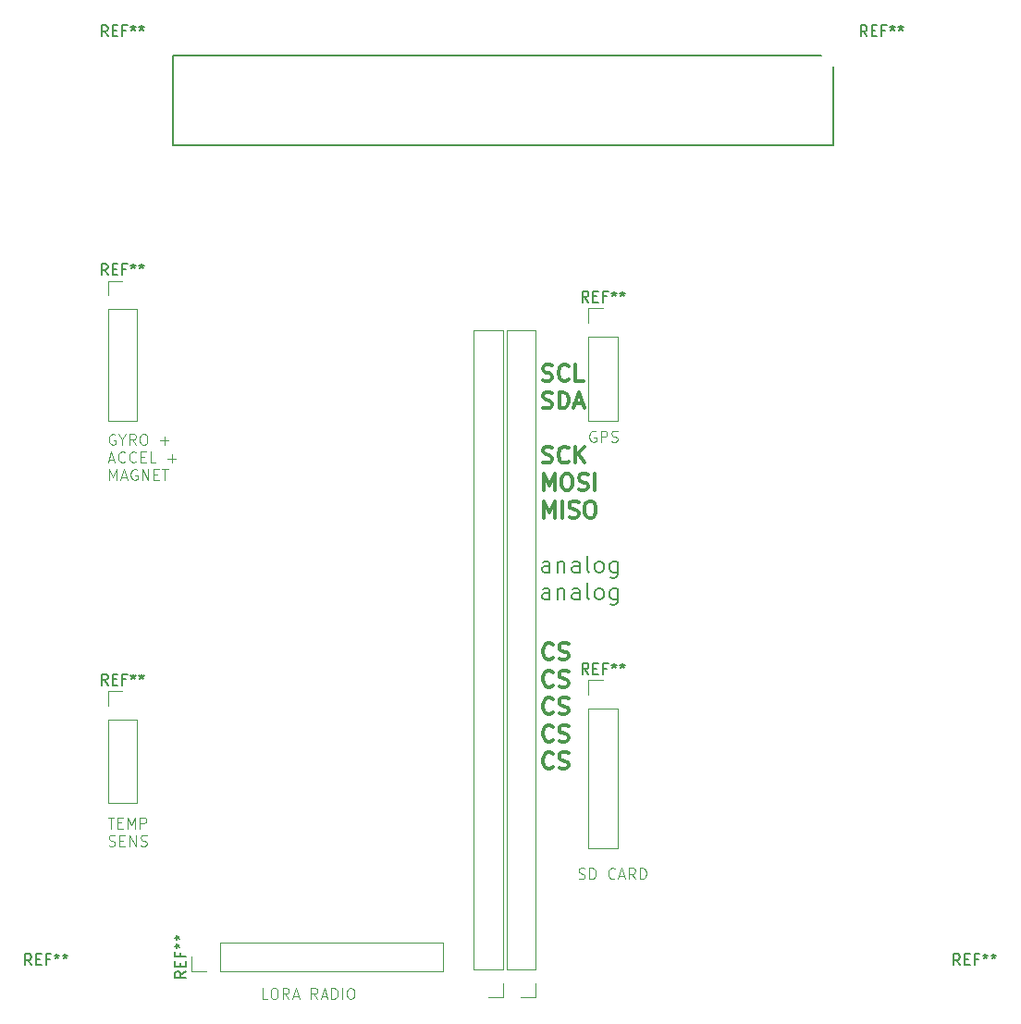
<source format=gbr>
%TF.GenerationSoftware,KiCad,Pcbnew,8.0.0*%
%TF.CreationDate,2025-01-16T04:07:06+02:00*%
%TF.ProjectId,diplomna_2024_sensors_pcb_layout,6469706c-6f6d-46e6-915f-323032345f73,rev?*%
%TF.SameCoordinates,Original*%
%TF.FileFunction,Legend,Top*%
%TF.FilePolarity,Positive*%
%FSLAX46Y46*%
G04 Gerber Fmt 4.6, Leading zero omitted, Abs format (unit mm)*
G04 Created by KiCad (PCBNEW 8.0.0) date 2025-01-16 04:07:06*
%MOMM*%
%LPD*%
G01*
G04 APERTURE LIST*
%ADD10C,0.100000*%
%ADD11C,0.300000*%
%ADD12C,0.187500*%
%ADD13C,0.150000*%
%ADD14C,0.120000*%
%ADD15C,0.200000*%
G04 APERTURE END LIST*
D10*
X182280074Y-139872419D02*
X181803884Y-139872419D01*
X181803884Y-139872419D02*
X181803884Y-138872419D01*
X182803884Y-138872419D02*
X182994360Y-138872419D01*
X182994360Y-138872419D02*
X183089598Y-138920038D01*
X183089598Y-138920038D02*
X183184836Y-139015276D01*
X183184836Y-139015276D02*
X183232455Y-139205752D01*
X183232455Y-139205752D02*
X183232455Y-139539085D01*
X183232455Y-139539085D02*
X183184836Y-139729561D01*
X183184836Y-139729561D02*
X183089598Y-139824800D01*
X183089598Y-139824800D02*
X182994360Y-139872419D01*
X182994360Y-139872419D02*
X182803884Y-139872419D01*
X182803884Y-139872419D02*
X182708646Y-139824800D01*
X182708646Y-139824800D02*
X182613408Y-139729561D01*
X182613408Y-139729561D02*
X182565789Y-139539085D01*
X182565789Y-139539085D02*
X182565789Y-139205752D01*
X182565789Y-139205752D02*
X182613408Y-139015276D01*
X182613408Y-139015276D02*
X182708646Y-138920038D01*
X182708646Y-138920038D02*
X182803884Y-138872419D01*
X184232455Y-139872419D02*
X183899122Y-139396228D01*
X183661027Y-139872419D02*
X183661027Y-138872419D01*
X183661027Y-138872419D02*
X184041979Y-138872419D01*
X184041979Y-138872419D02*
X184137217Y-138920038D01*
X184137217Y-138920038D02*
X184184836Y-138967657D01*
X184184836Y-138967657D02*
X184232455Y-139062895D01*
X184232455Y-139062895D02*
X184232455Y-139205752D01*
X184232455Y-139205752D02*
X184184836Y-139300990D01*
X184184836Y-139300990D02*
X184137217Y-139348609D01*
X184137217Y-139348609D02*
X184041979Y-139396228D01*
X184041979Y-139396228D02*
X183661027Y-139396228D01*
X184613408Y-139586704D02*
X185089598Y-139586704D01*
X184518170Y-139872419D02*
X184851503Y-138872419D01*
X184851503Y-138872419D02*
X185184836Y-139872419D01*
X186851503Y-139872419D02*
X186518170Y-139396228D01*
X186280075Y-139872419D02*
X186280075Y-138872419D01*
X186280075Y-138872419D02*
X186661027Y-138872419D01*
X186661027Y-138872419D02*
X186756265Y-138920038D01*
X186756265Y-138920038D02*
X186803884Y-138967657D01*
X186803884Y-138967657D02*
X186851503Y-139062895D01*
X186851503Y-139062895D02*
X186851503Y-139205752D01*
X186851503Y-139205752D02*
X186803884Y-139300990D01*
X186803884Y-139300990D02*
X186756265Y-139348609D01*
X186756265Y-139348609D02*
X186661027Y-139396228D01*
X186661027Y-139396228D02*
X186280075Y-139396228D01*
X187232456Y-139586704D02*
X187708646Y-139586704D01*
X187137218Y-139872419D02*
X187470551Y-138872419D01*
X187470551Y-138872419D02*
X187803884Y-139872419D01*
X188137218Y-139872419D02*
X188137218Y-138872419D01*
X188137218Y-138872419D02*
X188375313Y-138872419D01*
X188375313Y-138872419D02*
X188518170Y-138920038D01*
X188518170Y-138920038D02*
X188613408Y-139015276D01*
X188613408Y-139015276D02*
X188661027Y-139110514D01*
X188661027Y-139110514D02*
X188708646Y-139300990D01*
X188708646Y-139300990D02*
X188708646Y-139443847D01*
X188708646Y-139443847D02*
X188661027Y-139634323D01*
X188661027Y-139634323D02*
X188613408Y-139729561D01*
X188613408Y-139729561D02*
X188518170Y-139824800D01*
X188518170Y-139824800D02*
X188375313Y-139872419D01*
X188375313Y-139872419D02*
X188137218Y-139872419D01*
X189137218Y-139872419D02*
X189137218Y-138872419D01*
X189803884Y-138872419D02*
X189994360Y-138872419D01*
X189994360Y-138872419D02*
X190089598Y-138920038D01*
X190089598Y-138920038D02*
X190184836Y-139015276D01*
X190184836Y-139015276D02*
X190232455Y-139205752D01*
X190232455Y-139205752D02*
X190232455Y-139539085D01*
X190232455Y-139539085D02*
X190184836Y-139729561D01*
X190184836Y-139729561D02*
X190089598Y-139824800D01*
X190089598Y-139824800D02*
X189994360Y-139872419D01*
X189994360Y-139872419D02*
X189803884Y-139872419D01*
X189803884Y-139872419D02*
X189708646Y-139824800D01*
X189708646Y-139824800D02*
X189613408Y-139729561D01*
X189613408Y-139729561D02*
X189565789Y-139539085D01*
X189565789Y-139539085D02*
X189565789Y-139205752D01*
X189565789Y-139205752D02*
X189613408Y-139015276D01*
X189613408Y-139015276D02*
X189708646Y-138920038D01*
X189708646Y-138920038D02*
X189803884Y-138872419D01*
X212327693Y-87920038D02*
X212232455Y-87872419D01*
X212232455Y-87872419D02*
X212089598Y-87872419D01*
X212089598Y-87872419D02*
X211946741Y-87920038D01*
X211946741Y-87920038D02*
X211851503Y-88015276D01*
X211851503Y-88015276D02*
X211803884Y-88110514D01*
X211803884Y-88110514D02*
X211756265Y-88300990D01*
X211756265Y-88300990D02*
X211756265Y-88443847D01*
X211756265Y-88443847D02*
X211803884Y-88634323D01*
X211803884Y-88634323D02*
X211851503Y-88729561D01*
X211851503Y-88729561D02*
X211946741Y-88824800D01*
X211946741Y-88824800D02*
X212089598Y-88872419D01*
X212089598Y-88872419D02*
X212184836Y-88872419D01*
X212184836Y-88872419D02*
X212327693Y-88824800D01*
X212327693Y-88824800D02*
X212375312Y-88777180D01*
X212375312Y-88777180D02*
X212375312Y-88443847D01*
X212375312Y-88443847D02*
X212184836Y-88443847D01*
X212803884Y-88872419D02*
X212803884Y-87872419D01*
X212803884Y-87872419D02*
X213184836Y-87872419D01*
X213184836Y-87872419D02*
X213280074Y-87920038D01*
X213280074Y-87920038D02*
X213327693Y-87967657D01*
X213327693Y-87967657D02*
X213375312Y-88062895D01*
X213375312Y-88062895D02*
X213375312Y-88205752D01*
X213375312Y-88205752D02*
X213327693Y-88300990D01*
X213327693Y-88300990D02*
X213280074Y-88348609D01*
X213280074Y-88348609D02*
X213184836Y-88396228D01*
X213184836Y-88396228D02*
X212803884Y-88396228D01*
X213756265Y-88824800D02*
X213899122Y-88872419D01*
X213899122Y-88872419D02*
X214137217Y-88872419D01*
X214137217Y-88872419D02*
X214232455Y-88824800D01*
X214232455Y-88824800D02*
X214280074Y-88777180D01*
X214280074Y-88777180D02*
X214327693Y-88681942D01*
X214327693Y-88681942D02*
X214327693Y-88586704D01*
X214327693Y-88586704D02*
X214280074Y-88491466D01*
X214280074Y-88491466D02*
X214232455Y-88443847D01*
X214232455Y-88443847D02*
X214137217Y-88396228D01*
X214137217Y-88396228D02*
X213946741Y-88348609D01*
X213946741Y-88348609D02*
X213851503Y-88300990D01*
X213851503Y-88300990D02*
X213803884Y-88253371D01*
X213803884Y-88253371D02*
X213756265Y-88158133D01*
X213756265Y-88158133D02*
X213756265Y-88062895D01*
X213756265Y-88062895D02*
X213803884Y-87967657D01*
X213803884Y-87967657D02*
X213851503Y-87920038D01*
X213851503Y-87920038D02*
X213946741Y-87872419D01*
X213946741Y-87872419D02*
X214184836Y-87872419D01*
X214184836Y-87872419D02*
X214327693Y-87920038D01*
X210756265Y-128824800D02*
X210899122Y-128872419D01*
X210899122Y-128872419D02*
X211137217Y-128872419D01*
X211137217Y-128872419D02*
X211232455Y-128824800D01*
X211232455Y-128824800D02*
X211280074Y-128777180D01*
X211280074Y-128777180D02*
X211327693Y-128681942D01*
X211327693Y-128681942D02*
X211327693Y-128586704D01*
X211327693Y-128586704D02*
X211280074Y-128491466D01*
X211280074Y-128491466D02*
X211232455Y-128443847D01*
X211232455Y-128443847D02*
X211137217Y-128396228D01*
X211137217Y-128396228D02*
X210946741Y-128348609D01*
X210946741Y-128348609D02*
X210851503Y-128300990D01*
X210851503Y-128300990D02*
X210803884Y-128253371D01*
X210803884Y-128253371D02*
X210756265Y-128158133D01*
X210756265Y-128158133D02*
X210756265Y-128062895D01*
X210756265Y-128062895D02*
X210803884Y-127967657D01*
X210803884Y-127967657D02*
X210851503Y-127920038D01*
X210851503Y-127920038D02*
X210946741Y-127872419D01*
X210946741Y-127872419D02*
X211184836Y-127872419D01*
X211184836Y-127872419D02*
X211327693Y-127920038D01*
X211756265Y-128872419D02*
X211756265Y-127872419D01*
X211756265Y-127872419D02*
X211994360Y-127872419D01*
X211994360Y-127872419D02*
X212137217Y-127920038D01*
X212137217Y-127920038D02*
X212232455Y-128015276D01*
X212232455Y-128015276D02*
X212280074Y-128110514D01*
X212280074Y-128110514D02*
X212327693Y-128300990D01*
X212327693Y-128300990D02*
X212327693Y-128443847D01*
X212327693Y-128443847D02*
X212280074Y-128634323D01*
X212280074Y-128634323D02*
X212232455Y-128729561D01*
X212232455Y-128729561D02*
X212137217Y-128824800D01*
X212137217Y-128824800D02*
X211994360Y-128872419D01*
X211994360Y-128872419D02*
X211756265Y-128872419D01*
X214089598Y-128777180D02*
X214041979Y-128824800D01*
X214041979Y-128824800D02*
X213899122Y-128872419D01*
X213899122Y-128872419D02*
X213803884Y-128872419D01*
X213803884Y-128872419D02*
X213661027Y-128824800D01*
X213661027Y-128824800D02*
X213565789Y-128729561D01*
X213565789Y-128729561D02*
X213518170Y-128634323D01*
X213518170Y-128634323D02*
X213470551Y-128443847D01*
X213470551Y-128443847D02*
X213470551Y-128300990D01*
X213470551Y-128300990D02*
X213518170Y-128110514D01*
X213518170Y-128110514D02*
X213565789Y-128015276D01*
X213565789Y-128015276D02*
X213661027Y-127920038D01*
X213661027Y-127920038D02*
X213803884Y-127872419D01*
X213803884Y-127872419D02*
X213899122Y-127872419D01*
X213899122Y-127872419D02*
X214041979Y-127920038D01*
X214041979Y-127920038D02*
X214089598Y-127967657D01*
X214470551Y-128586704D02*
X214946741Y-128586704D01*
X214375313Y-128872419D02*
X214708646Y-127872419D01*
X214708646Y-127872419D02*
X215041979Y-128872419D01*
X215946741Y-128872419D02*
X215613408Y-128396228D01*
X215375313Y-128872419D02*
X215375313Y-127872419D01*
X215375313Y-127872419D02*
X215756265Y-127872419D01*
X215756265Y-127872419D02*
X215851503Y-127920038D01*
X215851503Y-127920038D02*
X215899122Y-127967657D01*
X215899122Y-127967657D02*
X215946741Y-128062895D01*
X215946741Y-128062895D02*
X215946741Y-128205752D01*
X215946741Y-128205752D02*
X215899122Y-128300990D01*
X215899122Y-128300990D02*
X215851503Y-128348609D01*
X215851503Y-128348609D02*
X215756265Y-128396228D01*
X215756265Y-128396228D02*
X215375313Y-128396228D01*
X216375313Y-128872419D02*
X216375313Y-127872419D01*
X216375313Y-127872419D02*
X216613408Y-127872419D01*
X216613408Y-127872419D02*
X216756265Y-127920038D01*
X216756265Y-127920038D02*
X216851503Y-128015276D01*
X216851503Y-128015276D02*
X216899122Y-128110514D01*
X216899122Y-128110514D02*
X216946741Y-128300990D01*
X216946741Y-128300990D02*
X216946741Y-128443847D01*
X216946741Y-128443847D02*
X216899122Y-128634323D01*
X216899122Y-128634323D02*
X216851503Y-128729561D01*
X216851503Y-128729561D02*
X216756265Y-128824800D01*
X216756265Y-128824800D02*
X216613408Y-128872419D01*
X216613408Y-128872419D02*
X216375313Y-128872419D01*
X168327693Y-88200150D02*
X168232455Y-88152531D01*
X168232455Y-88152531D02*
X168089598Y-88152531D01*
X168089598Y-88152531D02*
X167946741Y-88200150D01*
X167946741Y-88200150D02*
X167851503Y-88295388D01*
X167851503Y-88295388D02*
X167803884Y-88390626D01*
X167803884Y-88390626D02*
X167756265Y-88581102D01*
X167756265Y-88581102D02*
X167756265Y-88723959D01*
X167756265Y-88723959D02*
X167803884Y-88914435D01*
X167803884Y-88914435D02*
X167851503Y-89009673D01*
X167851503Y-89009673D02*
X167946741Y-89104912D01*
X167946741Y-89104912D02*
X168089598Y-89152531D01*
X168089598Y-89152531D02*
X168184836Y-89152531D01*
X168184836Y-89152531D02*
X168327693Y-89104912D01*
X168327693Y-89104912D02*
X168375312Y-89057292D01*
X168375312Y-89057292D02*
X168375312Y-88723959D01*
X168375312Y-88723959D02*
X168184836Y-88723959D01*
X168994360Y-88676340D02*
X168994360Y-89152531D01*
X168661027Y-88152531D02*
X168994360Y-88676340D01*
X168994360Y-88676340D02*
X169327693Y-88152531D01*
X170232455Y-89152531D02*
X169899122Y-88676340D01*
X169661027Y-89152531D02*
X169661027Y-88152531D01*
X169661027Y-88152531D02*
X170041979Y-88152531D01*
X170041979Y-88152531D02*
X170137217Y-88200150D01*
X170137217Y-88200150D02*
X170184836Y-88247769D01*
X170184836Y-88247769D02*
X170232455Y-88343007D01*
X170232455Y-88343007D02*
X170232455Y-88485864D01*
X170232455Y-88485864D02*
X170184836Y-88581102D01*
X170184836Y-88581102D02*
X170137217Y-88628721D01*
X170137217Y-88628721D02*
X170041979Y-88676340D01*
X170041979Y-88676340D02*
X169661027Y-88676340D01*
X170851503Y-88152531D02*
X171041979Y-88152531D01*
X171041979Y-88152531D02*
X171137217Y-88200150D01*
X171137217Y-88200150D02*
X171232455Y-88295388D01*
X171232455Y-88295388D02*
X171280074Y-88485864D01*
X171280074Y-88485864D02*
X171280074Y-88819197D01*
X171280074Y-88819197D02*
X171232455Y-89009673D01*
X171232455Y-89009673D02*
X171137217Y-89104912D01*
X171137217Y-89104912D02*
X171041979Y-89152531D01*
X171041979Y-89152531D02*
X170851503Y-89152531D01*
X170851503Y-89152531D02*
X170756265Y-89104912D01*
X170756265Y-89104912D02*
X170661027Y-89009673D01*
X170661027Y-89009673D02*
X170613408Y-88819197D01*
X170613408Y-88819197D02*
X170613408Y-88485864D01*
X170613408Y-88485864D02*
X170661027Y-88295388D01*
X170661027Y-88295388D02*
X170756265Y-88200150D01*
X170756265Y-88200150D02*
X170851503Y-88152531D01*
X172470551Y-88771578D02*
X173232456Y-88771578D01*
X172851503Y-89152531D02*
X172851503Y-88390626D01*
X167756265Y-90476760D02*
X168232455Y-90476760D01*
X167661027Y-90762475D02*
X167994360Y-89762475D01*
X167994360Y-89762475D02*
X168327693Y-90762475D01*
X169232455Y-90667236D02*
X169184836Y-90714856D01*
X169184836Y-90714856D02*
X169041979Y-90762475D01*
X169041979Y-90762475D02*
X168946741Y-90762475D01*
X168946741Y-90762475D02*
X168803884Y-90714856D01*
X168803884Y-90714856D02*
X168708646Y-90619617D01*
X168708646Y-90619617D02*
X168661027Y-90524379D01*
X168661027Y-90524379D02*
X168613408Y-90333903D01*
X168613408Y-90333903D02*
X168613408Y-90191046D01*
X168613408Y-90191046D02*
X168661027Y-90000570D01*
X168661027Y-90000570D02*
X168708646Y-89905332D01*
X168708646Y-89905332D02*
X168803884Y-89810094D01*
X168803884Y-89810094D02*
X168946741Y-89762475D01*
X168946741Y-89762475D02*
X169041979Y-89762475D01*
X169041979Y-89762475D02*
X169184836Y-89810094D01*
X169184836Y-89810094D02*
X169232455Y-89857713D01*
X170232455Y-90667236D02*
X170184836Y-90714856D01*
X170184836Y-90714856D02*
X170041979Y-90762475D01*
X170041979Y-90762475D02*
X169946741Y-90762475D01*
X169946741Y-90762475D02*
X169803884Y-90714856D01*
X169803884Y-90714856D02*
X169708646Y-90619617D01*
X169708646Y-90619617D02*
X169661027Y-90524379D01*
X169661027Y-90524379D02*
X169613408Y-90333903D01*
X169613408Y-90333903D02*
X169613408Y-90191046D01*
X169613408Y-90191046D02*
X169661027Y-90000570D01*
X169661027Y-90000570D02*
X169708646Y-89905332D01*
X169708646Y-89905332D02*
X169803884Y-89810094D01*
X169803884Y-89810094D02*
X169946741Y-89762475D01*
X169946741Y-89762475D02*
X170041979Y-89762475D01*
X170041979Y-89762475D02*
X170184836Y-89810094D01*
X170184836Y-89810094D02*
X170232455Y-89857713D01*
X170661027Y-90238665D02*
X170994360Y-90238665D01*
X171137217Y-90762475D02*
X170661027Y-90762475D01*
X170661027Y-90762475D02*
X170661027Y-89762475D01*
X170661027Y-89762475D02*
X171137217Y-89762475D01*
X172041979Y-90762475D02*
X171565789Y-90762475D01*
X171565789Y-90762475D02*
X171565789Y-89762475D01*
X173137218Y-90381522D02*
X173899123Y-90381522D01*
X173518170Y-90762475D02*
X173518170Y-90000570D01*
X167803884Y-92372419D02*
X167803884Y-91372419D01*
X167803884Y-91372419D02*
X168137217Y-92086704D01*
X168137217Y-92086704D02*
X168470550Y-91372419D01*
X168470550Y-91372419D02*
X168470550Y-92372419D01*
X168899122Y-92086704D02*
X169375312Y-92086704D01*
X168803884Y-92372419D02*
X169137217Y-91372419D01*
X169137217Y-91372419D02*
X169470550Y-92372419D01*
X170327693Y-91420038D02*
X170232455Y-91372419D01*
X170232455Y-91372419D02*
X170089598Y-91372419D01*
X170089598Y-91372419D02*
X169946741Y-91420038D01*
X169946741Y-91420038D02*
X169851503Y-91515276D01*
X169851503Y-91515276D02*
X169803884Y-91610514D01*
X169803884Y-91610514D02*
X169756265Y-91800990D01*
X169756265Y-91800990D02*
X169756265Y-91943847D01*
X169756265Y-91943847D02*
X169803884Y-92134323D01*
X169803884Y-92134323D02*
X169851503Y-92229561D01*
X169851503Y-92229561D02*
X169946741Y-92324800D01*
X169946741Y-92324800D02*
X170089598Y-92372419D01*
X170089598Y-92372419D02*
X170184836Y-92372419D01*
X170184836Y-92372419D02*
X170327693Y-92324800D01*
X170327693Y-92324800D02*
X170375312Y-92277180D01*
X170375312Y-92277180D02*
X170375312Y-91943847D01*
X170375312Y-91943847D02*
X170184836Y-91943847D01*
X170803884Y-92372419D02*
X170803884Y-91372419D01*
X170803884Y-91372419D02*
X171375312Y-92372419D01*
X171375312Y-92372419D02*
X171375312Y-91372419D01*
X171851503Y-91848609D02*
X172184836Y-91848609D01*
X172327693Y-92372419D02*
X171851503Y-92372419D01*
X171851503Y-92372419D02*
X171851503Y-91372419D01*
X171851503Y-91372419D02*
X172327693Y-91372419D01*
X172613408Y-91372419D02*
X173184836Y-91372419D01*
X172899122Y-92372419D02*
X172899122Y-91372419D01*
X167661027Y-123262475D02*
X168232455Y-123262475D01*
X167946741Y-124262475D02*
X167946741Y-123262475D01*
X168565789Y-123738665D02*
X168899122Y-123738665D01*
X169041979Y-124262475D02*
X168565789Y-124262475D01*
X168565789Y-124262475D02*
X168565789Y-123262475D01*
X168565789Y-123262475D02*
X169041979Y-123262475D01*
X169470551Y-124262475D02*
X169470551Y-123262475D01*
X169470551Y-123262475D02*
X169803884Y-123976760D01*
X169803884Y-123976760D02*
X170137217Y-123262475D01*
X170137217Y-123262475D02*
X170137217Y-124262475D01*
X170613408Y-124262475D02*
X170613408Y-123262475D01*
X170613408Y-123262475D02*
X170994360Y-123262475D01*
X170994360Y-123262475D02*
X171089598Y-123310094D01*
X171089598Y-123310094D02*
X171137217Y-123357713D01*
X171137217Y-123357713D02*
X171184836Y-123452951D01*
X171184836Y-123452951D02*
X171184836Y-123595808D01*
X171184836Y-123595808D02*
X171137217Y-123691046D01*
X171137217Y-123691046D02*
X171089598Y-123738665D01*
X171089598Y-123738665D02*
X170994360Y-123786284D01*
X170994360Y-123786284D02*
X170613408Y-123786284D01*
X167756265Y-125824800D02*
X167899122Y-125872419D01*
X167899122Y-125872419D02*
X168137217Y-125872419D01*
X168137217Y-125872419D02*
X168232455Y-125824800D01*
X168232455Y-125824800D02*
X168280074Y-125777180D01*
X168280074Y-125777180D02*
X168327693Y-125681942D01*
X168327693Y-125681942D02*
X168327693Y-125586704D01*
X168327693Y-125586704D02*
X168280074Y-125491466D01*
X168280074Y-125491466D02*
X168232455Y-125443847D01*
X168232455Y-125443847D02*
X168137217Y-125396228D01*
X168137217Y-125396228D02*
X167946741Y-125348609D01*
X167946741Y-125348609D02*
X167851503Y-125300990D01*
X167851503Y-125300990D02*
X167803884Y-125253371D01*
X167803884Y-125253371D02*
X167756265Y-125158133D01*
X167756265Y-125158133D02*
X167756265Y-125062895D01*
X167756265Y-125062895D02*
X167803884Y-124967657D01*
X167803884Y-124967657D02*
X167851503Y-124920038D01*
X167851503Y-124920038D02*
X167946741Y-124872419D01*
X167946741Y-124872419D02*
X168184836Y-124872419D01*
X168184836Y-124872419D02*
X168327693Y-124920038D01*
X168756265Y-125348609D02*
X169089598Y-125348609D01*
X169232455Y-125872419D02*
X168756265Y-125872419D01*
X168756265Y-125872419D02*
X168756265Y-124872419D01*
X168756265Y-124872419D02*
X169232455Y-124872419D01*
X169661027Y-125872419D02*
X169661027Y-124872419D01*
X169661027Y-124872419D02*
X170232455Y-125872419D01*
X170232455Y-125872419D02*
X170232455Y-124872419D01*
X170661027Y-125824800D02*
X170803884Y-125872419D01*
X170803884Y-125872419D02*
X171041979Y-125872419D01*
X171041979Y-125872419D02*
X171137217Y-125824800D01*
X171137217Y-125824800D02*
X171184836Y-125777180D01*
X171184836Y-125777180D02*
X171232455Y-125681942D01*
X171232455Y-125681942D02*
X171232455Y-125586704D01*
X171232455Y-125586704D02*
X171184836Y-125491466D01*
X171184836Y-125491466D02*
X171137217Y-125443847D01*
X171137217Y-125443847D02*
X171041979Y-125396228D01*
X171041979Y-125396228D02*
X170851503Y-125348609D01*
X170851503Y-125348609D02*
X170756265Y-125300990D01*
X170756265Y-125300990D02*
X170708646Y-125253371D01*
X170708646Y-125253371D02*
X170661027Y-125158133D01*
X170661027Y-125158133D02*
X170661027Y-125062895D01*
X170661027Y-125062895D02*
X170708646Y-124967657D01*
X170708646Y-124967657D02*
X170756265Y-124920038D01*
X170756265Y-124920038D02*
X170851503Y-124872419D01*
X170851503Y-124872419D02*
X171089598Y-124872419D01*
X171089598Y-124872419D02*
X171232455Y-124920038D01*
D11*
X208411653Y-113657971D02*
X208340225Y-113729400D01*
X208340225Y-113729400D02*
X208125939Y-113800828D01*
X208125939Y-113800828D02*
X207983082Y-113800828D01*
X207983082Y-113800828D02*
X207768796Y-113729400D01*
X207768796Y-113729400D02*
X207625939Y-113586542D01*
X207625939Y-113586542D02*
X207554510Y-113443685D01*
X207554510Y-113443685D02*
X207483082Y-113157971D01*
X207483082Y-113157971D02*
X207483082Y-112943685D01*
X207483082Y-112943685D02*
X207554510Y-112657971D01*
X207554510Y-112657971D02*
X207625939Y-112515114D01*
X207625939Y-112515114D02*
X207768796Y-112372257D01*
X207768796Y-112372257D02*
X207983082Y-112300828D01*
X207983082Y-112300828D02*
X208125939Y-112300828D01*
X208125939Y-112300828D02*
X208340225Y-112372257D01*
X208340225Y-112372257D02*
X208411653Y-112443685D01*
X208983082Y-113729400D02*
X209197368Y-113800828D01*
X209197368Y-113800828D02*
X209554510Y-113800828D01*
X209554510Y-113800828D02*
X209697368Y-113729400D01*
X209697368Y-113729400D02*
X209768796Y-113657971D01*
X209768796Y-113657971D02*
X209840225Y-113515114D01*
X209840225Y-113515114D02*
X209840225Y-113372257D01*
X209840225Y-113372257D02*
X209768796Y-113229400D01*
X209768796Y-113229400D02*
X209697368Y-113157971D01*
X209697368Y-113157971D02*
X209554510Y-113086542D01*
X209554510Y-113086542D02*
X209268796Y-113015114D01*
X209268796Y-113015114D02*
X209125939Y-112943685D01*
X209125939Y-112943685D02*
X209054510Y-112872257D01*
X209054510Y-112872257D02*
X208983082Y-112729400D01*
X208983082Y-112729400D02*
X208983082Y-112586542D01*
X208983082Y-112586542D02*
X209054510Y-112443685D01*
X209054510Y-112443685D02*
X209125939Y-112372257D01*
X209125939Y-112372257D02*
X209268796Y-112300828D01*
X209268796Y-112300828D02*
X209625939Y-112300828D01*
X209625939Y-112300828D02*
X209840225Y-112372257D01*
X208411653Y-108657971D02*
X208340225Y-108729400D01*
X208340225Y-108729400D02*
X208125939Y-108800828D01*
X208125939Y-108800828D02*
X207983082Y-108800828D01*
X207983082Y-108800828D02*
X207768796Y-108729400D01*
X207768796Y-108729400D02*
X207625939Y-108586542D01*
X207625939Y-108586542D02*
X207554510Y-108443685D01*
X207554510Y-108443685D02*
X207483082Y-108157971D01*
X207483082Y-108157971D02*
X207483082Y-107943685D01*
X207483082Y-107943685D02*
X207554510Y-107657971D01*
X207554510Y-107657971D02*
X207625939Y-107515114D01*
X207625939Y-107515114D02*
X207768796Y-107372257D01*
X207768796Y-107372257D02*
X207983082Y-107300828D01*
X207983082Y-107300828D02*
X208125939Y-107300828D01*
X208125939Y-107300828D02*
X208340225Y-107372257D01*
X208340225Y-107372257D02*
X208411653Y-107443685D01*
X208983082Y-108729400D02*
X209197368Y-108800828D01*
X209197368Y-108800828D02*
X209554510Y-108800828D01*
X209554510Y-108800828D02*
X209697368Y-108729400D01*
X209697368Y-108729400D02*
X209768796Y-108657971D01*
X209768796Y-108657971D02*
X209840225Y-108515114D01*
X209840225Y-108515114D02*
X209840225Y-108372257D01*
X209840225Y-108372257D02*
X209768796Y-108229400D01*
X209768796Y-108229400D02*
X209697368Y-108157971D01*
X209697368Y-108157971D02*
X209554510Y-108086542D01*
X209554510Y-108086542D02*
X209268796Y-108015114D01*
X209268796Y-108015114D02*
X209125939Y-107943685D01*
X209125939Y-107943685D02*
X209054510Y-107872257D01*
X209054510Y-107872257D02*
X208983082Y-107729400D01*
X208983082Y-107729400D02*
X208983082Y-107586542D01*
X208983082Y-107586542D02*
X209054510Y-107443685D01*
X209054510Y-107443685D02*
X209125939Y-107372257D01*
X209125939Y-107372257D02*
X209268796Y-107300828D01*
X209268796Y-107300828D02*
X209625939Y-107300828D01*
X209625939Y-107300828D02*
X209840225Y-107372257D01*
X208411653Y-111157971D02*
X208340225Y-111229400D01*
X208340225Y-111229400D02*
X208125939Y-111300828D01*
X208125939Y-111300828D02*
X207983082Y-111300828D01*
X207983082Y-111300828D02*
X207768796Y-111229400D01*
X207768796Y-111229400D02*
X207625939Y-111086542D01*
X207625939Y-111086542D02*
X207554510Y-110943685D01*
X207554510Y-110943685D02*
X207483082Y-110657971D01*
X207483082Y-110657971D02*
X207483082Y-110443685D01*
X207483082Y-110443685D02*
X207554510Y-110157971D01*
X207554510Y-110157971D02*
X207625939Y-110015114D01*
X207625939Y-110015114D02*
X207768796Y-109872257D01*
X207768796Y-109872257D02*
X207983082Y-109800828D01*
X207983082Y-109800828D02*
X208125939Y-109800828D01*
X208125939Y-109800828D02*
X208340225Y-109872257D01*
X208340225Y-109872257D02*
X208411653Y-109943685D01*
X208983082Y-111229400D02*
X209197368Y-111300828D01*
X209197368Y-111300828D02*
X209554510Y-111300828D01*
X209554510Y-111300828D02*
X209697368Y-111229400D01*
X209697368Y-111229400D02*
X209768796Y-111157971D01*
X209768796Y-111157971D02*
X209840225Y-111015114D01*
X209840225Y-111015114D02*
X209840225Y-110872257D01*
X209840225Y-110872257D02*
X209768796Y-110729400D01*
X209768796Y-110729400D02*
X209697368Y-110657971D01*
X209697368Y-110657971D02*
X209554510Y-110586542D01*
X209554510Y-110586542D02*
X209268796Y-110515114D01*
X209268796Y-110515114D02*
X209125939Y-110443685D01*
X209125939Y-110443685D02*
X209054510Y-110372257D01*
X209054510Y-110372257D02*
X208983082Y-110229400D01*
X208983082Y-110229400D02*
X208983082Y-110086542D01*
X208983082Y-110086542D02*
X209054510Y-109943685D01*
X209054510Y-109943685D02*
X209125939Y-109872257D01*
X209125939Y-109872257D02*
X209268796Y-109800828D01*
X209268796Y-109800828D02*
X209625939Y-109800828D01*
X209625939Y-109800828D02*
X209840225Y-109872257D01*
X207483082Y-85729400D02*
X207697368Y-85800828D01*
X207697368Y-85800828D02*
X208054510Y-85800828D01*
X208054510Y-85800828D02*
X208197368Y-85729400D01*
X208197368Y-85729400D02*
X208268796Y-85657971D01*
X208268796Y-85657971D02*
X208340225Y-85515114D01*
X208340225Y-85515114D02*
X208340225Y-85372257D01*
X208340225Y-85372257D02*
X208268796Y-85229400D01*
X208268796Y-85229400D02*
X208197368Y-85157971D01*
X208197368Y-85157971D02*
X208054510Y-85086542D01*
X208054510Y-85086542D02*
X207768796Y-85015114D01*
X207768796Y-85015114D02*
X207625939Y-84943685D01*
X207625939Y-84943685D02*
X207554510Y-84872257D01*
X207554510Y-84872257D02*
X207483082Y-84729400D01*
X207483082Y-84729400D02*
X207483082Y-84586542D01*
X207483082Y-84586542D02*
X207554510Y-84443685D01*
X207554510Y-84443685D02*
X207625939Y-84372257D01*
X207625939Y-84372257D02*
X207768796Y-84300828D01*
X207768796Y-84300828D02*
X208125939Y-84300828D01*
X208125939Y-84300828D02*
X208340225Y-84372257D01*
X208983081Y-85800828D02*
X208983081Y-84300828D01*
X208983081Y-84300828D02*
X209340224Y-84300828D01*
X209340224Y-84300828D02*
X209554510Y-84372257D01*
X209554510Y-84372257D02*
X209697367Y-84515114D01*
X209697367Y-84515114D02*
X209768796Y-84657971D01*
X209768796Y-84657971D02*
X209840224Y-84943685D01*
X209840224Y-84943685D02*
X209840224Y-85157971D01*
X209840224Y-85157971D02*
X209768796Y-85443685D01*
X209768796Y-85443685D02*
X209697367Y-85586542D01*
X209697367Y-85586542D02*
X209554510Y-85729400D01*
X209554510Y-85729400D02*
X209340224Y-85800828D01*
X209340224Y-85800828D02*
X208983081Y-85800828D01*
X210411653Y-85372257D02*
X211125939Y-85372257D01*
X210268796Y-85800828D02*
X210768796Y-84300828D01*
X210768796Y-84300828D02*
X211268796Y-85800828D01*
D12*
X208123355Y-103306678D02*
X208123355Y-102520964D01*
X208123355Y-102520964D02*
X208051926Y-102378107D01*
X208051926Y-102378107D02*
X207909069Y-102306678D01*
X207909069Y-102306678D02*
X207623355Y-102306678D01*
X207623355Y-102306678D02*
X207480497Y-102378107D01*
X208123355Y-103235250D02*
X207980497Y-103306678D01*
X207980497Y-103306678D02*
X207623355Y-103306678D01*
X207623355Y-103306678D02*
X207480497Y-103235250D01*
X207480497Y-103235250D02*
X207409069Y-103092392D01*
X207409069Y-103092392D02*
X207409069Y-102949535D01*
X207409069Y-102949535D02*
X207480497Y-102806678D01*
X207480497Y-102806678D02*
X207623355Y-102735250D01*
X207623355Y-102735250D02*
X207980497Y-102735250D01*
X207980497Y-102735250D02*
X208123355Y-102663821D01*
X208837640Y-102306678D02*
X208837640Y-103306678D01*
X208837640Y-102449535D02*
X208909069Y-102378107D01*
X208909069Y-102378107D02*
X209051926Y-102306678D01*
X209051926Y-102306678D02*
X209266212Y-102306678D01*
X209266212Y-102306678D02*
X209409069Y-102378107D01*
X209409069Y-102378107D02*
X209480498Y-102520964D01*
X209480498Y-102520964D02*
X209480498Y-103306678D01*
X210837641Y-103306678D02*
X210837641Y-102520964D01*
X210837641Y-102520964D02*
X210766212Y-102378107D01*
X210766212Y-102378107D02*
X210623355Y-102306678D01*
X210623355Y-102306678D02*
X210337641Y-102306678D01*
X210337641Y-102306678D02*
X210194783Y-102378107D01*
X210837641Y-103235250D02*
X210694783Y-103306678D01*
X210694783Y-103306678D02*
X210337641Y-103306678D01*
X210337641Y-103306678D02*
X210194783Y-103235250D01*
X210194783Y-103235250D02*
X210123355Y-103092392D01*
X210123355Y-103092392D02*
X210123355Y-102949535D01*
X210123355Y-102949535D02*
X210194783Y-102806678D01*
X210194783Y-102806678D02*
X210337641Y-102735250D01*
X210337641Y-102735250D02*
X210694783Y-102735250D01*
X210694783Y-102735250D02*
X210837641Y-102663821D01*
X211766212Y-103306678D02*
X211623355Y-103235250D01*
X211623355Y-103235250D02*
X211551926Y-103092392D01*
X211551926Y-103092392D02*
X211551926Y-101806678D01*
X212551926Y-103306678D02*
X212409069Y-103235250D01*
X212409069Y-103235250D02*
X212337640Y-103163821D01*
X212337640Y-103163821D02*
X212266212Y-103020964D01*
X212266212Y-103020964D02*
X212266212Y-102592392D01*
X212266212Y-102592392D02*
X212337640Y-102449535D01*
X212337640Y-102449535D02*
X212409069Y-102378107D01*
X212409069Y-102378107D02*
X212551926Y-102306678D01*
X212551926Y-102306678D02*
X212766212Y-102306678D01*
X212766212Y-102306678D02*
X212909069Y-102378107D01*
X212909069Y-102378107D02*
X212980498Y-102449535D01*
X212980498Y-102449535D02*
X213051926Y-102592392D01*
X213051926Y-102592392D02*
X213051926Y-103020964D01*
X213051926Y-103020964D02*
X212980498Y-103163821D01*
X212980498Y-103163821D02*
X212909069Y-103235250D01*
X212909069Y-103235250D02*
X212766212Y-103306678D01*
X212766212Y-103306678D02*
X212551926Y-103306678D01*
X214337641Y-102306678D02*
X214337641Y-103520964D01*
X214337641Y-103520964D02*
X214266212Y-103663821D01*
X214266212Y-103663821D02*
X214194783Y-103735250D01*
X214194783Y-103735250D02*
X214051926Y-103806678D01*
X214051926Y-103806678D02*
X213837641Y-103806678D01*
X213837641Y-103806678D02*
X213694783Y-103735250D01*
X214337641Y-103235250D02*
X214194783Y-103306678D01*
X214194783Y-103306678D02*
X213909069Y-103306678D01*
X213909069Y-103306678D02*
X213766212Y-103235250D01*
X213766212Y-103235250D02*
X213694783Y-103163821D01*
X213694783Y-103163821D02*
X213623355Y-103020964D01*
X213623355Y-103020964D02*
X213623355Y-102592392D01*
X213623355Y-102592392D02*
X213694783Y-102449535D01*
X213694783Y-102449535D02*
X213766212Y-102378107D01*
X213766212Y-102378107D02*
X213909069Y-102306678D01*
X213909069Y-102306678D02*
X214194783Y-102306678D01*
X214194783Y-102306678D02*
X214337641Y-102378107D01*
D11*
X208411653Y-118657971D02*
X208340225Y-118729400D01*
X208340225Y-118729400D02*
X208125939Y-118800828D01*
X208125939Y-118800828D02*
X207983082Y-118800828D01*
X207983082Y-118800828D02*
X207768796Y-118729400D01*
X207768796Y-118729400D02*
X207625939Y-118586542D01*
X207625939Y-118586542D02*
X207554510Y-118443685D01*
X207554510Y-118443685D02*
X207483082Y-118157971D01*
X207483082Y-118157971D02*
X207483082Y-117943685D01*
X207483082Y-117943685D02*
X207554510Y-117657971D01*
X207554510Y-117657971D02*
X207625939Y-117515114D01*
X207625939Y-117515114D02*
X207768796Y-117372257D01*
X207768796Y-117372257D02*
X207983082Y-117300828D01*
X207983082Y-117300828D02*
X208125939Y-117300828D01*
X208125939Y-117300828D02*
X208340225Y-117372257D01*
X208340225Y-117372257D02*
X208411653Y-117443685D01*
X208983082Y-118729400D02*
X209197368Y-118800828D01*
X209197368Y-118800828D02*
X209554510Y-118800828D01*
X209554510Y-118800828D02*
X209697368Y-118729400D01*
X209697368Y-118729400D02*
X209768796Y-118657971D01*
X209768796Y-118657971D02*
X209840225Y-118515114D01*
X209840225Y-118515114D02*
X209840225Y-118372257D01*
X209840225Y-118372257D02*
X209768796Y-118229400D01*
X209768796Y-118229400D02*
X209697368Y-118157971D01*
X209697368Y-118157971D02*
X209554510Y-118086542D01*
X209554510Y-118086542D02*
X209268796Y-118015114D01*
X209268796Y-118015114D02*
X209125939Y-117943685D01*
X209125939Y-117943685D02*
X209054510Y-117872257D01*
X209054510Y-117872257D02*
X208983082Y-117729400D01*
X208983082Y-117729400D02*
X208983082Y-117586542D01*
X208983082Y-117586542D02*
X209054510Y-117443685D01*
X209054510Y-117443685D02*
X209125939Y-117372257D01*
X209125939Y-117372257D02*
X209268796Y-117300828D01*
X209268796Y-117300828D02*
X209625939Y-117300828D01*
X209625939Y-117300828D02*
X209840225Y-117372257D01*
X208411653Y-116157971D02*
X208340225Y-116229400D01*
X208340225Y-116229400D02*
X208125939Y-116300828D01*
X208125939Y-116300828D02*
X207983082Y-116300828D01*
X207983082Y-116300828D02*
X207768796Y-116229400D01*
X207768796Y-116229400D02*
X207625939Y-116086542D01*
X207625939Y-116086542D02*
X207554510Y-115943685D01*
X207554510Y-115943685D02*
X207483082Y-115657971D01*
X207483082Y-115657971D02*
X207483082Y-115443685D01*
X207483082Y-115443685D02*
X207554510Y-115157971D01*
X207554510Y-115157971D02*
X207625939Y-115015114D01*
X207625939Y-115015114D02*
X207768796Y-114872257D01*
X207768796Y-114872257D02*
X207983082Y-114800828D01*
X207983082Y-114800828D02*
X208125939Y-114800828D01*
X208125939Y-114800828D02*
X208340225Y-114872257D01*
X208340225Y-114872257D02*
X208411653Y-114943685D01*
X208983082Y-116229400D02*
X209197368Y-116300828D01*
X209197368Y-116300828D02*
X209554510Y-116300828D01*
X209554510Y-116300828D02*
X209697368Y-116229400D01*
X209697368Y-116229400D02*
X209768796Y-116157971D01*
X209768796Y-116157971D02*
X209840225Y-116015114D01*
X209840225Y-116015114D02*
X209840225Y-115872257D01*
X209840225Y-115872257D02*
X209768796Y-115729400D01*
X209768796Y-115729400D02*
X209697368Y-115657971D01*
X209697368Y-115657971D02*
X209554510Y-115586542D01*
X209554510Y-115586542D02*
X209268796Y-115515114D01*
X209268796Y-115515114D02*
X209125939Y-115443685D01*
X209125939Y-115443685D02*
X209054510Y-115372257D01*
X209054510Y-115372257D02*
X208983082Y-115229400D01*
X208983082Y-115229400D02*
X208983082Y-115086542D01*
X208983082Y-115086542D02*
X209054510Y-114943685D01*
X209054510Y-114943685D02*
X209125939Y-114872257D01*
X209125939Y-114872257D02*
X209268796Y-114800828D01*
X209268796Y-114800828D02*
X209625939Y-114800828D01*
X209625939Y-114800828D02*
X209840225Y-114872257D01*
X207554510Y-93300828D02*
X207554510Y-91800828D01*
X207554510Y-91800828D02*
X208054510Y-92872257D01*
X208054510Y-92872257D02*
X208554510Y-91800828D01*
X208554510Y-91800828D02*
X208554510Y-93300828D01*
X209554511Y-91800828D02*
X209840225Y-91800828D01*
X209840225Y-91800828D02*
X209983082Y-91872257D01*
X209983082Y-91872257D02*
X210125939Y-92015114D01*
X210125939Y-92015114D02*
X210197368Y-92300828D01*
X210197368Y-92300828D02*
X210197368Y-92800828D01*
X210197368Y-92800828D02*
X210125939Y-93086542D01*
X210125939Y-93086542D02*
X209983082Y-93229400D01*
X209983082Y-93229400D02*
X209840225Y-93300828D01*
X209840225Y-93300828D02*
X209554511Y-93300828D01*
X209554511Y-93300828D02*
X209411654Y-93229400D01*
X209411654Y-93229400D02*
X209268796Y-93086542D01*
X209268796Y-93086542D02*
X209197368Y-92800828D01*
X209197368Y-92800828D02*
X209197368Y-92300828D01*
X209197368Y-92300828D02*
X209268796Y-92015114D01*
X209268796Y-92015114D02*
X209411654Y-91872257D01*
X209411654Y-91872257D02*
X209554511Y-91800828D01*
X210768797Y-93229400D02*
X210983083Y-93300828D01*
X210983083Y-93300828D02*
X211340225Y-93300828D01*
X211340225Y-93300828D02*
X211483083Y-93229400D01*
X211483083Y-93229400D02*
X211554511Y-93157971D01*
X211554511Y-93157971D02*
X211625940Y-93015114D01*
X211625940Y-93015114D02*
X211625940Y-92872257D01*
X211625940Y-92872257D02*
X211554511Y-92729400D01*
X211554511Y-92729400D02*
X211483083Y-92657971D01*
X211483083Y-92657971D02*
X211340225Y-92586542D01*
X211340225Y-92586542D02*
X211054511Y-92515114D01*
X211054511Y-92515114D02*
X210911654Y-92443685D01*
X210911654Y-92443685D02*
X210840225Y-92372257D01*
X210840225Y-92372257D02*
X210768797Y-92229400D01*
X210768797Y-92229400D02*
X210768797Y-92086542D01*
X210768797Y-92086542D02*
X210840225Y-91943685D01*
X210840225Y-91943685D02*
X210911654Y-91872257D01*
X210911654Y-91872257D02*
X211054511Y-91800828D01*
X211054511Y-91800828D02*
X211411654Y-91800828D01*
X211411654Y-91800828D02*
X211625940Y-91872257D01*
X212268796Y-93300828D02*
X212268796Y-91800828D01*
X207483082Y-83229400D02*
X207697368Y-83300828D01*
X207697368Y-83300828D02*
X208054510Y-83300828D01*
X208054510Y-83300828D02*
X208197368Y-83229400D01*
X208197368Y-83229400D02*
X208268796Y-83157971D01*
X208268796Y-83157971D02*
X208340225Y-83015114D01*
X208340225Y-83015114D02*
X208340225Y-82872257D01*
X208340225Y-82872257D02*
X208268796Y-82729400D01*
X208268796Y-82729400D02*
X208197368Y-82657971D01*
X208197368Y-82657971D02*
X208054510Y-82586542D01*
X208054510Y-82586542D02*
X207768796Y-82515114D01*
X207768796Y-82515114D02*
X207625939Y-82443685D01*
X207625939Y-82443685D02*
X207554510Y-82372257D01*
X207554510Y-82372257D02*
X207483082Y-82229400D01*
X207483082Y-82229400D02*
X207483082Y-82086542D01*
X207483082Y-82086542D02*
X207554510Y-81943685D01*
X207554510Y-81943685D02*
X207625939Y-81872257D01*
X207625939Y-81872257D02*
X207768796Y-81800828D01*
X207768796Y-81800828D02*
X208125939Y-81800828D01*
X208125939Y-81800828D02*
X208340225Y-81872257D01*
X209840224Y-83157971D02*
X209768796Y-83229400D01*
X209768796Y-83229400D02*
X209554510Y-83300828D01*
X209554510Y-83300828D02*
X209411653Y-83300828D01*
X209411653Y-83300828D02*
X209197367Y-83229400D01*
X209197367Y-83229400D02*
X209054510Y-83086542D01*
X209054510Y-83086542D02*
X208983081Y-82943685D01*
X208983081Y-82943685D02*
X208911653Y-82657971D01*
X208911653Y-82657971D02*
X208911653Y-82443685D01*
X208911653Y-82443685D02*
X208983081Y-82157971D01*
X208983081Y-82157971D02*
X209054510Y-82015114D01*
X209054510Y-82015114D02*
X209197367Y-81872257D01*
X209197367Y-81872257D02*
X209411653Y-81800828D01*
X209411653Y-81800828D02*
X209554510Y-81800828D01*
X209554510Y-81800828D02*
X209768796Y-81872257D01*
X209768796Y-81872257D02*
X209840224Y-81943685D01*
X211197367Y-83300828D02*
X210483081Y-83300828D01*
X210483081Y-83300828D02*
X210483081Y-81800828D01*
X207483082Y-90729400D02*
X207697368Y-90800828D01*
X207697368Y-90800828D02*
X208054510Y-90800828D01*
X208054510Y-90800828D02*
X208197368Y-90729400D01*
X208197368Y-90729400D02*
X208268796Y-90657971D01*
X208268796Y-90657971D02*
X208340225Y-90515114D01*
X208340225Y-90515114D02*
X208340225Y-90372257D01*
X208340225Y-90372257D02*
X208268796Y-90229400D01*
X208268796Y-90229400D02*
X208197368Y-90157971D01*
X208197368Y-90157971D02*
X208054510Y-90086542D01*
X208054510Y-90086542D02*
X207768796Y-90015114D01*
X207768796Y-90015114D02*
X207625939Y-89943685D01*
X207625939Y-89943685D02*
X207554510Y-89872257D01*
X207554510Y-89872257D02*
X207483082Y-89729400D01*
X207483082Y-89729400D02*
X207483082Y-89586542D01*
X207483082Y-89586542D02*
X207554510Y-89443685D01*
X207554510Y-89443685D02*
X207625939Y-89372257D01*
X207625939Y-89372257D02*
X207768796Y-89300828D01*
X207768796Y-89300828D02*
X208125939Y-89300828D01*
X208125939Y-89300828D02*
X208340225Y-89372257D01*
X209840224Y-90657971D02*
X209768796Y-90729400D01*
X209768796Y-90729400D02*
X209554510Y-90800828D01*
X209554510Y-90800828D02*
X209411653Y-90800828D01*
X209411653Y-90800828D02*
X209197367Y-90729400D01*
X209197367Y-90729400D02*
X209054510Y-90586542D01*
X209054510Y-90586542D02*
X208983081Y-90443685D01*
X208983081Y-90443685D02*
X208911653Y-90157971D01*
X208911653Y-90157971D02*
X208911653Y-89943685D01*
X208911653Y-89943685D02*
X208983081Y-89657971D01*
X208983081Y-89657971D02*
X209054510Y-89515114D01*
X209054510Y-89515114D02*
X209197367Y-89372257D01*
X209197367Y-89372257D02*
X209411653Y-89300828D01*
X209411653Y-89300828D02*
X209554510Y-89300828D01*
X209554510Y-89300828D02*
X209768796Y-89372257D01*
X209768796Y-89372257D02*
X209840224Y-89443685D01*
X210483081Y-90800828D02*
X210483081Y-89300828D01*
X211340224Y-90800828D02*
X210697367Y-89943685D01*
X211340224Y-89300828D02*
X210483081Y-90157971D01*
D12*
X208123355Y-100806678D02*
X208123355Y-100020964D01*
X208123355Y-100020964D02*
X208051926Y-99878107D01*
X208051926Y-99878107D02*
X207909069Y-99806678D01*
X207909069Y-99806678D02*
X207623355Y-99806678D01*
X207623355Y-99806678D02*
X207480497Y-99878107D01*
X208123355Y-100735250D02*
X207980497Y-100806678D01*
X207980497Y-100806678D02*
X207623355Y-100806678D01*
X207623355Y-100806678D02*
X207480497Y-100735250D01*
X207480497Y-100735250D02*
X207409069Y-100592392D01*
X207409069Y-100592392D02*
X207409069Y-100449535D01*
X207409069Y-100449535D02*
X207480497Y-100306678D01*
X207480497Y-100306678D02*
X207623355Y-100235250D01*
X207623355Y-100235250D02*
X207980497Y-100235250D01*
X207980497Y-100235250D02*
X208123355Y-100163821D01*
X208837640Y-99806678D02*
X208837640Y-100806678D01*
X208837640Y-99949535D02*
X208909069Y-99878107D01*
X208909069Y-99878107D02*
X209051926Y-99806678D01*
X209051926Y-99806678D02*
X209266212Y-99806678D01*
X209266212Y-99806678D02*
X209409069Y-99878107D01*
X209409069Y-99878107D02*
X209480498Y-100020964D01*
X209480498Y-100020964D02*
X209480498Y-100806678D01*
X210837641Y-100806678D02*
X210837641Y-100020964D01*
X210837641Y-100020964D02*
X210766212Y-99878107D01*
X210766212Y-99878107D02*
X210623355Y-99806678D01*
X210623355Y-99806678D02*
X210337641Y-99806678D01*
X210337641Y-99806678D02*
X210194783Y-99878107D01*
X210837641Y-100735250D02*
X210694783Y-100806678D01*
X210694783Y-100806678D02*
X210337641Y-100806678D01*
X210337641Y-100806678D02*
X210194783Y-100735250D01*
X210194783Y-100735250D02*
X210123355Y-100592392D01*
X210123355Y-100592392D02*
X210123355Y-100449535D01*
X210123355Y-100449535D02*
X210194783Y-100306678D01*
X210194783Y-100306678D02*
X210337641Y-100235250D01*
X210337641Y-100235250D02*
X210694783Y-100235250D01*
X210694783Y-100235250D02*
X210837641Y-100163821D01*
X211766212Y-100806678D02*
X211623355Y-100735250D01*
X211623355Y-100735250D02*
X211551926Y-100592392D01*
X211551926Y-100592392D02*
X211551926Y-99306678D01*
X212551926Y-100806678D02*
X212409069Y-100735250D01*
X212409069Y-100735250D02*
X212337640Y-100663821D01*
X212337640Y-100663821D02*
X212266212Y-100520964D01*
X212266212Y-100520964D02*
X212266212Y-100092392D01*
X212266212Y-100092392D02*
X212337640Y-99949535D01*
X212337640Y-99949535D02*
X212409069Y-99878107D01*
X212409069Y-99878107D02*
X212551926Y-99806678D01*
X212551926Y-99806678D02*
X212766212Y-99806678D01*
X212766212Y-99806678D02*
X212909069Y-99878107D01*
X212909069Y-99878107D02*
X212980498Y-99949535D01*
X212980498Y-99949535D02*
X213051926Y-100092392D01*
X213051926Y-100092392D02*
X213051926Y-100520964D01*
X213051926Y-100520964D02*
X212980498Y-100663821D01*
X212980498Y-100663821D02*
X212909069Y-100735250D01*
X212909069Y-100735250D02*
X212766212Y-100806678D01*
X212766212Y-100806678D02*
X212551926Y-100806678D01*
X214337641Y-99806678D02*
X214337641Y-101020964D01*
X214337641Y-101020964D02*
X214266212Y-101163821D01*
X214266212Y-101163821D02*
X214194783Y-101235250D01*
X214194783Y-101235250D02*
X214051926Y-101306678D01*
X214051926Y-101306678D02*
X213837641Y-101306678D01*
X213837641Y-101306678D02*
X213694783Y-101235250D01*
X214337641Y-100735250D02*
X214194783Y-100806678D01*
X214194783Y-100806678D02*
X213909069Y-100806678D01*
X213909069Y-100806678D02*
X213766212Y-100735250D01*
X213766212Y-100735250D02*
X213694783Y-100663821D01*
X213694783Y-100663821D02*
X213623355Y-100520964D01*
X213623355Y-100520964D02*
X213623355Y-100092392D01*
X213623355Y-100092392D02*
X213694783Y-99949535D01*
X213694783Y-99949535D02*
X213766212Y-99878107D01*
X213766212Y-99878107D02*
X213909069Y-99806678D01*
X213909069Y-99806678D02*
X214194783Y-99806678D01*
X214194783Y-99806678D02*
X214337641Y-99878107D01*
D11*
X207554510Y-95800828D02*
X207554510Y-94300828D01*
X207554510Y-94300828D02*
X208054510Y-95372257D01*
X208054510Y-95372257D02*
X208554510Y-94300828D01*
X208554510Y-94300828D02*
X208554510Y-95800828D01*
X209268796Y-95800828D02*
X209268796Y-94300828D01*
X209911654Y-95729400D02*
X210125940Y-95800828D01*
X210125940Y-95800828D02*
X210483082Y-95800828D01*
X210483082Y-95800828D02*
X210625940Y-95729400D01*
X210625940Y-95729400D02*
X210697368Y-95657971D01*
X210697368Y-95657971D02*
X210768797Y-95515114D01*
X210768797Y-95515114D02*
X210768797Y-95372257D01*
X210768797Y-95372257D02*
X210697368Y-95229400D01*
X210697368Y-95229400D02*
X210625940Y-95157971D01*
X210625940Y-95157971D02*
X210483082Y-95086542D01*
X210483082Y-95086542D02*
X210197368Y-95015114D01*
X210197368Y-95015114D02*
X210054511Y-94943685D01*
X210054511Y-94943685D02*
X209983082Y-94872257D01*
X209983082Y-94872257D02*
X209911654Y-94729400D01*
X209911654Y-94729400D02*
X209911654Y-94586542D01*
X209911654Y-94586542D02*
X209983082Y-94443685D01*
X209983082Y-94443685D02*
X210054511Y-94372257D01*
X210054511Y-94372257D02*
X210197368Y-94300828D01*
X210197368Y-94300828D02*
X210554511Y-94300828D01*
X210554511Y-94300828D02*
X210768797Y-94372257D01*
X211697368Y-94300828D02*
X211983082Y-94300828D01*
X211983082Y-94300828D02*
X212125939Y-94372257D01*
X212125939Y-94372257D02*
X212268796Y-94515114D01*
X212268796Y-94515114D02*
X212340225Y-94800828D01*
X212340225Y-94800828D02*
X212340225Y-95300828D01*
X212340225Y-95300828D02*
X212268796Y-95586542D01*
X212268796Y-95586542D02*
X212125939Y-95729400D01*
X212125939Y-95729400D02*
X211983082Y-95800828D01*
X211983082Y-95800828D02*
X211697368Y-95800828D01*
X211697368Y-95800828D02*
X211554511Y-95729400D01*
X211554511Y-95729400D02*
X211411653Y-95586542D01*
X211411653Y-95586542D02*
X211340225Y-95300828D01*
X211340225Y-95300828D02*
X211340225Y-94800828D01*
X211340225Y-94800828D02*
X211411653Y-94515114D01*
X211411653Y-94515114D02*
X211554511Y-94372257D01*
X211554511Y-94372257D02*
X211697368Y-94300828D01*
D13*
X174804819Y-137333333D02*
X174328628Y-137666666D01*
X174804819Y-137904761D02*
X173804819Y-137904761D01*
X173804819Y-137904761D02*
X173804819Y-137523809D01*
X173804819Y-137523809D02*
X173852438Y-137428571D01*
X173852438Y-137428571D02*
X173900057Y-137380952D01*
X173900057Y-137380952D02*
X173995295Y-137333333D01*
X173995295Y-137333333D02*
X174138152Y-137333333D01*
X174138152Y-137333333D02*
X174233390Y-137380952D01*
X174233390Y-137380952D02*
X174281009Y-137428571D01*
X174281009Y-137428571D02*
X174328628Y-137523809D01*
X174328628Y-137523809D02*
X174328628Y-137904761D01*
X174281009Y-136904761D02*
X174281009Y-136571428D01*
X174804819Y-136428571D02*
X174804819Y-136904761D01*
X174804819Y-136904761D02*
X173804819Y-136904761D01*
X173804819Y-136904761D02*
X173804819Y-136428571D01*
X174281009Y-135666666D02*
X174281009Y-135999999D01*
X174804819Y-135999999D02*
X173804819Y-135999999D01*
X173804819Y-135999999D02*
X173804819Y-135523809D01*
X173804819Y-134999999D02*
X174042914Y-134999999D01*
X173947676Y-135238094D02*
X174042914Y-134999999D01*
X174042914Y-134999999D02*
X173947676Y-134761904D01*
X174233390Y-135142856D02*
X174042914Y-134999999D01*
X174042914Y-134999999D02*
X174233390Y-134857142D01*
X173804819Y-134238094D02*
X174042914Y-134238094D01*
X173947676Y-134476189D02*
X174042914Y-134238094D01*
X174042914Y-134238094D02*
X173947676Y-133999999D01*
X174233390Y-134380951D02*
X174042914Y-134238094D01*
X174042914Y-134238094D02*
X174233390Y-134095237D01*
X211666666Y-76084819D02*
X211333333Y-75608628D01*
X211095238Y-76084819D02*
X211095238Y-75084819D01*
X211095238Y-75084819D02*
X211476190Y-75084819D01*
X211476190Y-75084819D02*
X211571428Y-75132438D01*
X211571428Y-75132438D02*
X211619047Y-75180057D01*
X211619047Y-75180057D02*
X211666666Y-75275295D01*
X211666666Y-75275295D02*
X211666666Y-75418152D01*
X211666666Y-75418152D02*
X211619047Y-75513390D01*
X211619047Y-75513390D02*
X211571428Y-75561009D01*
X211571428Y-75561009D02*
X211476190Y-75608628D01*
X211476190Y-75608628D02*
X211095238Y-75608628D01*
X212095238Y-75561009D02*
X212428571Y-75561009D01*
X212571428Y-76084819D02*
X212095238Y-76084819D01*
X212095238Y-76084819D02*
X212095238Y-75084819D01*
X212095238Y-75084819D02*
X212571428Y-75084819D01*
X213333333Y-75561009D02*
X213000000Y-75561009D01*
X213000000Y-76084819D02*
X213000000Y-75084819D01*
X213000000Y-75084819D02*
X213476190Y-75084819D01*
X214000000Y-75084819D02*
X214000000Y-75322914D01*
X213761905Y-75227676D02*
X214000000Y-75322914D01*
X214000000Y-75322914D02*
X214238095Y-75227676D01*
X213857143Y-75513390D02*
X214000000Y-75322914D01*
X214000000Y-75322914D02*
X214142857Y-75513390D01*
X214761905Y-75084819D02*
X214761905Y-75322914D01*
X214523810Y-75227676D02*
X214761905Y-75322914D01*
X214761905Y-75322914D02*
X215000000Y-75227676D01*
X214619048Y-75513390D02*
X214761905Y-75322914D01*
X214761905Y-75322914D02*
X214904762Y-75513390D01*
X211666666Y-110124819D02*
X211333333Y-109648628D01*
X211095238Y-110124819D02*
X211095238Y-109124819D01*
X211095238Y-109124819D02*
X211476190Y-109124819D01*
X211476190Y-109124819D02*
X211571428Y-109172438D01*
X211571428Y-109172438D02*
X211619047Y-109220057D01*
X211619047Y-109220057D02*
X211666666Y-109315295D01*
X211666666Y-109315295D02*
X211666666Y-109458152D01*
X211666666Y-109458152D02*
X211619047Y-109553390D01*
X211619047Y-109553390D02*
X211571428Y-109601009D01*
X211571428Y-109601009D02*
X211476190Y-109648628D01*
X211476190Y-109648628D02*
X211095238Y-109648628D01*
X212095238Y-109601009D02*
X212428571Y-109601009D01*
X212571428Y-110124819D02*
X212095238Y-110124819D01*
X212095238Y-110124819D02*
X212095238Y-109124819D01*
X212095238Y-109124819D02*
X212571428Y-109124819D01*
X213333333Y-109601009D02*
X213000000Y-109601009D01*
X213000000Y-110124819D02*
X213000000Y-109124819D01*
X213000000Y-109124819D02*
X213476190Y-109124819D01*
X214000000Y-109124819D02*
X214000000Y-109362914D01*
X213761905Y-109267676D02*
X214000000Y-109362914D01*
X214000000Y-109362914D02*
X214238095Y-109267676D01*
X213857143Y-109553390D02*
X214000000Y-109362914D01*
X214000000Y-109362914D02*
X214142857Y-109553390D01*
X214761905Y-109124819D02*
X214761905Y-109362914D01*
X214523810Y-109267676D02*
X214761905Y-109362914D01*
X214761905Y-109362914D02*
X215000000Y-109267676D01*
X214619048Y-109553390D02*
X214761905Y-109362914D01*
X214761905Y-109362914D02*
X214904762Y-109553390D01*
X167666666Y-111124819D02*
X167333333Y-110648628D01*
X167095238Y-111124819D02*
X167095238Y-110124819D01*
X167095238Y-110124819D02*
X167476190Y-110124819D01*
X167476190Y-110124819D02*
X167571428Y-110172438D01*
X167571428Y-110172438D02*
X167619047Y-110220057D01*
X167619047Y-110220057D02*
X167666666Y-110315295D01*
X167666666Y-110315295D02*
X167666666Y-110458152D01*
X167666666Y-110458152D02*
X167619047Y-110553390D01*
X167619047Y-110553390D02*
X167571428Y-110601009D01*
X167571428Y-110601009D02*
X167476190Y-110648628D01*
X167476190Y-110648628D02*
X167095238Y-110648628D01*
X168095238Y-110601009D02*
X168428571Y-110601009D01*
X168571428Y-111124819D02*
X168095238Y-111124819D01*
X168095238Y-111124819D02*
X168095238Y-110124819D01*
X168095238Y-110124819D02*
X168571428Y-110124819D01*
X169333333Y-110601009D02*
X169000000Y-110601009D01*
X169000000Y-111124819D02*
X169000000Y-110124819D01*
X169000000Y-110124819D02*
X169476190Y-110124819D01*
X170000000Y-110124819D02*
X170000000Y-110362914D01*
X169761905Y-110267676D02*
X170000000Y-110362914D01*
X170000000Y-110362914D02*
X170238095Y-110267676D01*
X169857143Y-110553390D02*
X170000000Y-110362914D01*
X170000000Y-110362914D02*
X170142857Y-110553390D01*
X170761905Y-110124819D02*
X170761905Y-110362914D01*
X170523810Y-110267676D02*
X170761905Y-110362914D01*
X170761905Y-110362914D02*
X171000000Y-110267676D01*
X170619048Y-110553390D02*
X170761905Y-110362914D01*
X170761905Y-110362914D02*
X170904762Y-110553390D01*
X167666666Y-73584819D02*
X167333333Y-73108628D01*
X167095238Y-73584819D02*
X167095238Y-72584819D01*
X167095238Y-72584819D02*
X167476190Y-72584819D01*
X167476190Y-72584819D02*
X167571428Y-72632438D01*
X167571428Y-72632438D02*
X167619047Y-72680057D01*
X167619047Y-72680057D02*
X167666666Y-72775295D01*
X167666666Y-72775295D02*
X167666666Y-72918152D01*
X167666666Y-72918152D02*
X167619047Y-73013390D01*
X167619047Y-73013390D02*
X167571428Y-73061009D01*
X167571428Y-73061009D02*
X167476190Y-73108628D01*
X167476190Y-73108628D02*
X167095238Y-73108628D01*
X168095238Y-73061009D02*
X168428571Y-73061009D01*
X168571428Y-73584819D02*
X168095238Y-73584819D01*
X168095238Y-73584819D02*
X168095238Y-72584819D01*
X168095238Y-72584819D02*
X168571428Y-72584819D01*
X169333333Y-73061009D02*
X169000000Y-73061009D01*
X169000000Y-73584819D02*
X169000000Y-72584819D01*
X169000000Y-72584819D02*
X169476190Y-72584819D01*
X170000000Y-72584819D02*
X170000000Y-72822914D01*
X169761905Y-72727676D02*
X170000000Y-72822914D01*
X170000000Y-72822914D02*
X170238095Y-72727676D01*
X169857143Y-73013390D02*
X170000000Y-72822914D01*
X170000000Y-72822914D02*
X170142857Y-73013390D01*
X170761905Y-72584819D02*
X170761905Y-72822914D01*
X170523810Y-72727676D02*
X170761905Y-72822914D01*
X170761905Y-72822914D02*
X171000000Y-72727676D01*
X170619048Y-73013390D02*
X170761905Y-72822914D01*
X170761905Y-72822914D02*
X170904762Y-73013390D01*
X237166666Y-51754819D02*
X236833333Y-51278628D01*
X236595238Y-51754819D02*
X236595238Y-50754819D01*
X236595238Y-50754819D02*
X236976190Y-50754819D01*
X236976190Y-50754819D02*
X237071428Y-50802438D01*
X237071428Y-50802438D02*
X237119047Y-50850057D01*
X237119047Y-50850057D02*
X237166666Y-50945295D01*
X237166666Y-50945295D02*
X237166666Y-51088152D01*
X237166666Y-51088152D02*
X237119047Y-51183390D01*
X237119047Y-51183390D02*
X237071428Y-51231009D01*
X237071428Y-51231009D02*
X236976190Y-51278628D01*
X236976190Y-51278628D02*
X236595238Y-51278628D01*
X237595238Y-51231009D02*
X237928571Y-51231009D01*
X238071428Y-51754819D02*
X237595238Y-51754819D01*
X237595238Y-51754819D02*
X237595238Y-50754819D01*
X237595238Y-50754819D02*
X238071428Y-50754819D01*
X238833333Y-51231009D02*
X238500000Y-51231009D01*
X238500000Y-51754819D02*
X238500000Y-50754819D01*
X238500000Y-50754819D02*
X238976190Y-50754819D01*
X239500000Y-50754819D02*
X239500000Y-50992914D01*
X239261905Y-50897676D02*
X239500000Y-50992914D01*
X239500000Y-50992914D02*
X239738095Y-50897676D01*
X239357143Y-51183390D02*
X239500000Y-50992914D01*
X239500000Y-50992914D02*
X239642857Y-51183390D01*
X240261905Y-50754819D02*
X240261905Y-50992914D01*
X240023810Y-50897676D02*
X240261905Y-50992914D01*
X240261905Y-50992914D02*
X240500000Y-50897676D01*
X240119048Y-51183390D02*
X240261905Y-50992914D01*
X240261905Y-50992914D02*
X240404762Y-51183390D01*
X245666666Y-136754819D02*
X245333333Y-136278628D01*
X245095238Y-136754819D02*
X245095238Y-135754819D01*
X245095238Y-135754819D02*
X245476190Y-135754819D01*
X245476190Y-135754819D02*
X245571428Y-135802438D01*
X245571428Y-135802438D02*
X245619047Y-135850057D01*
X245619047Y-135850057D02*
X245666666Y-135945295D01*
X245666666Y-135945295D02*
X245666666Y-136088152D01*
X245666666Y-136088152D02*
X245619047Y-136183390D01*
X245619047Y-136183390D02*
X245571428Y-136231009D01*
X245571428Y-136231009D02*
X245476190Y-136278628D01*
X245476190Y-136278628D02*
X245095238Y-136278628D01*
X246095238Y-136231009D02*
X246428571Y-136231009D01*
X246571428Y-136754819D02*
X246095238Y-136754819D01*
X246095238Y-136754819D02*
X246095238Y-135754819D01*
X246095238Y-135754819D02*
X246571428Y-135754819D01*
X247333333Y-136231009D02*
X247000000Y-136231009D01*
X247000000Y-136754819D02*
X247000000Y-135754819D01*
X247000000Y-135754819D02*
X247476190Y-135754819D01*
X248000000Y-135754819D02*
X248000000Y-135992914D01*
X247761905Y-135897676D02*
X248000000Y-135992914D01*
X248000000Y-135992914D02*
X248238095Y-135897676D01*
X247857143Y-136183390D02*
X248000000Y-135992914D01*
X248000000Y-135992914D02*
X248142857Y-136183390D01*
X248761905Y-135754819D02*
X248761905Y-135992914D01*
X248523810Y-135897676D02*
X248761905Y-135992914D01*
X248761905Y-135992914D02*
X249000000Y-135897676D01*
X248619048Y-136183390D02*
X248761905Y-135992914D01*
X248761905Y-135992914D02*
X248904762Y-136183390D01*
X167666666Y-51754819D02*
X167333333Y-51278628D01*
X167095238Y-51754819D02*
X167095238Y-50754819D01*
X167095238Y-50754819D02*
X167476190Y-50754819D01*
X167476190Y-50754819D02*
X167571428Y-50802438D01*
X167571428Y-50802438D02*
X167619047Y-50850057D01*
X167619047Y-50850057D02*
X167666666Y-50945295D01*
X167666666Y-50945295D02*
X167666666Y-51088152D01*
X167666666Y-51088152D02*
X167619047Y-51183390D01*
X167619047Y-51183390D02*
X167571428Y-51231009D01*
X167571428Y-51231009D02*
X167476190Y-51278628D01*
X167476190Y-51278628D02*
X167095238Y-51278628D01*
X168095238Y-51231009D02*
X168428571Y-51231009D01*
X168571428Y-51754819D02*
X168095238Y-51754819D01*
X168095238Y-51754819D02*
X168095238Y-50754819D01*
X168095238Y-50754819D02*
X168571428Y-50754819D01*
X169333333Y-51231009D02*
X169000000Y-51231009D01*
X169000000Y-51754819D02*
X169000000Y-50754819D01*
X169000000Y-50754819D02*
X169476190Y-50754819D01*
X170000000Y-50754819D02*
X170000000Y-50992914D01*
X169761905Y-50897676D02*
X170000000Y-50992914D01*
X170000000Y-50992914D02*
X170238095Y-50897676D01*
X169857143Y-51183390D02*
X170000000Y-50992914D01*
X170000000Y-50992914D02*
X170142857Y-51183390D01*
X170761905Y-50754819D02*
X170761905Y-50992914D01*
X170523810Y-50897676D02*
X170761905Y-50992914D01*
X170761905Y-50992914D02*
X171000000Y-50897676D01*
X170619048Y-51183390D02*
X170761905Y-50992914D01*
X170761905Y-50992914D02*
X170904762Y-51183390D01*
X160666666Y-136754819D02*
X160333333Y-136278628D01*
X160095238Y-136754819D02*
X160095238Y-135754819D01*
X160095238Y-135754819D02*
X160476190Y-135754819D01*
X160476190Y-135754819D02*
X160571428Y-135802438D01*
X160571428Y-135802438D02*
X160619047Y-135850057D01*
X160619047Y-135850057D02*
X160666666Y-135945295D01*
X160666666Y-135945295D02*
X160666666Y-136088152D01*
X160666666Y-136088152D02*
X160619047Y-136183390D01*
X160619047Y-136183390D02*
X160571428Y-136231009D01*
X160571428Y-136231009D02*
X160476190Y-136278628D01*
X160476190Y-136278628D02*
X160095238Y-136278628D01*
X161095238Y-136231009D02*
X161428571Y-136231009D01*
X161571428Y-136754819D02*
X161095238Y-136754819D01*
X161095238Y-136754819D02*
X161095238Y-135754819D01*
X161095238Y-135754819D02*
X161571428Y-135754819D01*
X162333333Y-136231009D02*
X162000000Y-136231009D01*
X162000000Y-136754819D02*
X162000000Y-135754819D01*
X162000000Y-135754819D02*
X162476190Y-135754819D01*
X163000000Y-135754819D02*
X163000000Y-135992914D01*
X162761905Y-135897676D02*
X163000000Y-135992914D01*
X163000000Y-135992914D02*
X163238095Y-135897676D01*
X162857143Y-136183390D02*
X163000000Y-135992914D01*
X163000000Y-135992914D02*
X163142857Y-136183390D01*
X163761905Y-135754819D02*
X163761905Y-135992914D01*
X163523810Y-135897676D02*
X163761905Y-135992914D01*
X163761905Y-135992914D02*
X164000000Y-135897676D01*
X163619048Y-136183390D02*
X163761905Y-135992914D01*
X163761905Y-135992914D02*
X163904762Y-136183390D01*
D14*
%TO.C,REF\u002A\u002A*%
X175350000Y-137330000D02*
X175350000Y-136000000D01*
X176680000Y-137330000D02*
X175350000Y-137330000D01*
X177950000Y-137330000D02*
X198330000Y-137330000D01*
X177950000Y-137330000D02*
X177950000Y-134670000D01*
X198330000Y-137330000D02*
X198330000Y-134670000D01*
X177950000Y-134670000D02*
X198330000Y-134670000D01*
X214330000Y-79230000D02*
X214330000Y-86910000D01*
X211670000Y-86910000D02*
X214330000Y-86910000D01*
X211670000Y-79230000D02*
X214330000Y-79230000D01*
X211670000Y-79230000D02*
X211670000Y-86910000D01*
X211670000Y-77960000D02*
X211670000Y-76630000D01*
X211670000Y-76630000D02*
X213000000Y-76630000D01*
X211670000Y-110670000D02*
X213000000Y-110670000D01*
X211670000Y-112000000D02*
X211670000Y-110670000D01*
X211670000Y-113270000D02*
X211670000Y-126030000D01*
X211670000Y-113270000D02*
X214330000Y-113270000D01*
X211670000Y-126030000D02*
X214330000Y-126030000D01*
X214330000Y-113270000D02*
X214330000Y-126030000D01*
X167670000Y-111670000D02*
X169000000Y-111670000D01*
X167670000Y-113000000D02*
X167670000Y-111670000D01*
X167670000Y-114270000D02*
X167670000Y-121950000D01*
X167670000Y-114270000D02*
X170330000Y-114270000D01*
X167670000Y-121950000D02*
X170330000Y-121950000D01*
X170330000Y-114270000D02*
X170330000Y-121950000D01*
X167670000Y-74130000D02*
X169000000Y-74130000D01*
X167670000Y-75460000D02*
X167670000Y-74130000D01*
X167670000Y-76730000D02*
X167670000Y-86950000D01*
X167670000Y-76730000D02*
X170330000Y-76730000D01*
X167670000Y-86950000D02*
X170330000Y-86950000D01*
X170330000Y-76730000D02*
X170330000Y-86950000D01*
X201170000Y-137130000D02*
X201170000Y-78650000D01*
X203830000Y-78650000D02*
X201170000Y-78650000D01*
X203830000Y-137130000D02*
X201170000Y-137130000D01*
X203830000Y-137130000D02*
X203830000Y-78650000D01*
X203830000Y-138400000D02*
X203830000Y-139730000D01*
X203830000Y-139730000D02*
X202500000Y-139730000D01*
X204170000Y-137130000D02*
X204170000Y-78650000D01*
X206830000Y-78650000D02*
X204170000Y-78650000D01*
X206830000Y-137130000D02*
X204170000Y-137130000D01*
X206830000Y-137130000D02*
X206830000Y-78650000D01*
X206830000Y-138400000D02*
X206830000Y-139730000D01*
X206830000Y-139730000D02*
X205500000Y-139730000D01*
D15*
%TO.C,J\u002A\u002A*%
X173600000Y-53500000D02*
X173600000Y-61700000D01*
X173600000Y-61700000D02*
X234100000Y-61700000D01*
X233000000Y-53500000D02*
X173600000Y-53500000D01*
X234100000Y-61700000D02*
X234100000Y-54500000D01*
%TD*%
M02*

</source>
